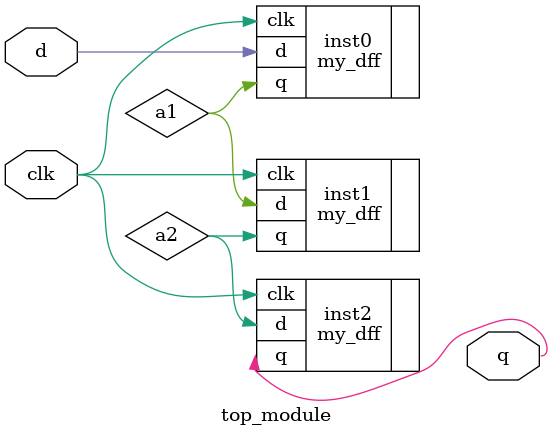
<source format=v>
module top_module ( input clk, input d, output q );
    wire a1,a2;
    my_dff inst0(
        .clk(clk),
        .d(d),
        .q(a1)
    );
    my_dff inst1(
        .clk(clk),
        .d(a1),
        .q(a2)
    );
    my_dff inst2(
        .clk(clk),
        .d(a2),
        .q(q)
    );
endmodule

</source>
